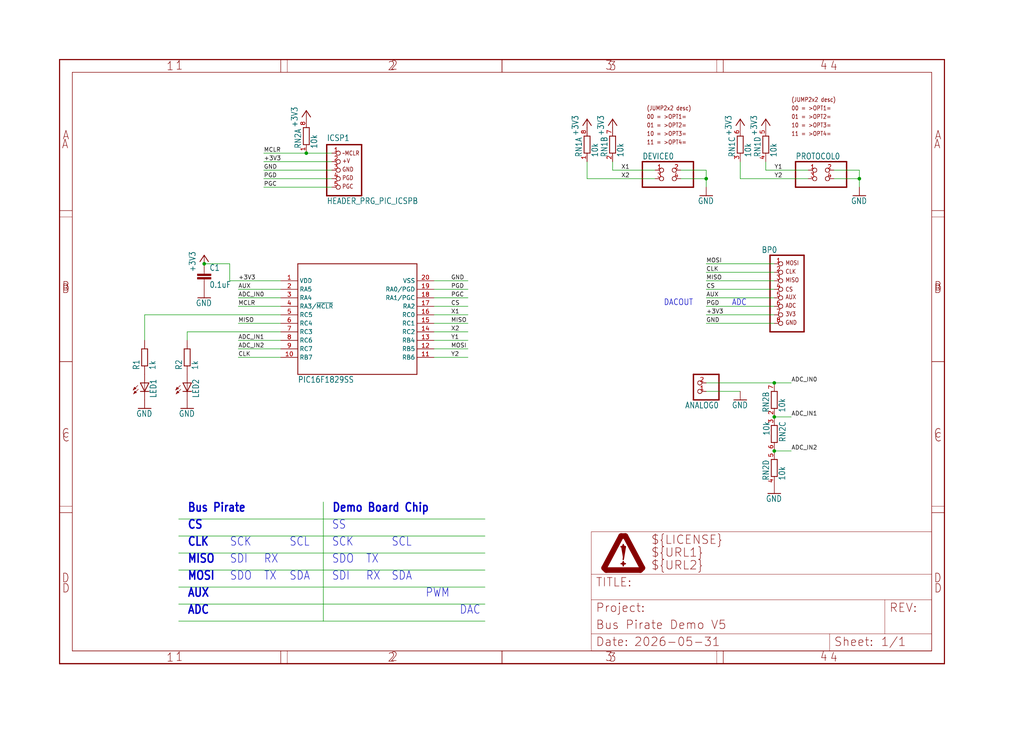
<source format=kicad_sch>
(kicad_sch (version 20230121) (generator eeschema)
  (paper "User" 305.689 218.821)
  (lib_symbols
    (symbol "working-eagle-import:+3V3" (power)
      (property "Value" "+3V3" (at -2.54 -5.08 90))
      (symbol "+3V3_1_0"
        (polyline (pts (xy 0 0) (xy -1.27 -1.905)) (stroke (width 0.254)))
        (polyline (pts (xy 1.27 -1.905) (xy 0 0)) (stroke (width 0.254)))
        (pin power_in line (at 0 -2.54 90) (length 2.54) (name "+3V3") (number "1"))
      )
    )
    (symbol "working-eagle-import:CAPC603"
      (property "Reference" "C" (at 1.524 2.921 0))
      (symbol "CAPC603_1_0"
        (rectangle (start -2.032 0.508) (end 2.032 1.016) (fill (type outline)))
        (rectangle (start -2.032 1.524) (end 2.032 2.032) (fill (type outline)))
        (polyline (pts (xy 0 0) (xy 0 0.508)) (stroke (width 0.1524)))
        (polyline (pts (xy 0 2.54) (xy 0 2.032)) (stroke (width 0.1524)))
        (pin passive line (at 0 5.08 270) (length 2.54) (name "1") (number "1"))
        (pin passive line (at 0 -2.54 90) (length 2.54) (name "2") (number "2"))
      )
    )
    (symbol "working-eagle-import:DINA4_L"
      (symbol "DINA4_L_1_0"
        (polyline (pts (xy 0 0) (xy 67.945 0)) (stroke (width 0.3)))
        (polyline (pts (xy 0 0) (xy 264.16 0)) (stroke (width 0.3)))
        (polyline (pts (xy 0 45.085) (xy 3.81 45.085)))
        (polyline (pts (xy 0 46.99) (xy 0 0)) (stroke (width 0.3)))
        (polyline (pts (xy 0 46.99) (xy 3.81 46.99)) (stroke (width 0.1)))
        (polyline (pts (xy 0 90.17) (xy 0 46.99)) (stroke (width 0.3)))
        (polyline (pts (xy 0 90.17) (xy 3.81 90.17)))
        (polyline (pts (xy 0 90.17) (xy 3.81 90.17)) (stroke (width 0.1)))
        (polyline (pts (xy 0 133.35) (xy 0 90.17)) (stroke (width 0.3)))
        (polyline (pts (xy 0 133.35) (xy 3.81 133.35)) (stroke (width 0.1)))
        (polyline (pts (xy 0 135.255) (xy 3.81 135.255)))
        (polyline (pts (xy 0 180.34) (xy 0 0)) (stroke (width 0.3)))
        (polyline (pts (xy 0 180.34) (xy 0 133.35)) (stroke (width 0.3)))
        (polyline (pts (xy 3.81 3.81) (xy 3.81 176.53)))
        (polyline (pts (xy 3.81 3.81) (xy 67.945 3.81)) (stroke (width 0.1)))
        (polyline (pts (xy 3.81 46.99) (xy 3.81 3.81)) (stroke (width 0.1)))
        (polyline (pts (xy 3.81 90.17) (xy 3.81 46.99)) (stroke (width 0.1)))
        (polyline (pts (xy 3.81 133.35) (xy 3.81 90.17)) (stroke (width 0.1)))
        (polyline (pts (xy 3.81 176.53) (xy 3.81 133.35)) (stroke (width 0.1)))
        (polyline (pts (xy 66.04 0) (xy 66.04 3.81)))
        (polyline (pts (xy 66.04 176.53) (xy 66.04 180.34)))
        (polyline (pts (xy 67.945 0) (xy 67.945 3.81)) (stroke (width 0.1)))
        (polyline (pts (xy 67.945 0) (xy 132.08 0)) (stroke (width 0.3)))
        (polyline (pts (xy 67.945 3.81) (xy 132.08 3.81)) (stroke (width 0.1)))
        (polyline (pts (xy 67.945 176.53) (xy 3.81 176.53)) (stroke (width 0.1)))
        (polyline (pts (xy 67.945 180.34) (xy 0 180.34)) (stroke (width 0.3)))
        (polyline (pts (xy 67.945 180.34) (xy 67.945 176.53)) (stroke (width 0.1)))
        (polyline (pts (xy 132.08 0) (xy 132.08 3.81)))
        (polyline (pts (xy 132.08 0) (xy 132.08 3.81)) (stroke (width 0.1)))
        (polyline (pts (xy 132.08 0) (xy 196.215 0)) (stroke (width 0.3)))
        (polyline (pts (xy 132.08 3.81) (xy 196.215 3.81)) (stroke (width 0.1)))
        (polyline (pts (xy 132.08 176.53) (xy 67.945 176.53)) (stroke (width 0.1)))
        (polyline (pts (xy 132.08 176.53) (xy 132.08 180.34)))
        (polyline (pts (xy 132.08 180.34) (xy 67.945 180.34)) (stroke (width 0.3)))
        (polyline (pts (xy 132.08 180.34) (xy 132.08 176.53)) (stroke (width 0.1)))
        (polyline (pts (xy 196.215 0) (xy 196.215 3.81)) (stroke (width 0.1)))
        (polyline (pts (xy 196.215 0) (xy 264.16 0)) (stroke (width 0.3)))
        (polyline (pts (xy 196.215 3.81) (xy 260.35 3.81)) (stroke (width 0.1)))
        (polyline (pts (xy 196.215 176.53) (xy 132.08 176.53)) (stroke (width 0.1)))
        (polyline (pts (xy 196.215 180.34) (xy 132.08 180.34)) (stroke (width 0.3)))
        (polyline (pts (xy 196.215 180.34) (xy 196.215 176.53)) (stroke (width 0.1)))
        (polyline (pts (xy 198.12 0) (xy 198.12 3.81)))
        (polyline (pts (xy 198.12 176.53) (xy 198.12 180.34)))
        (polyline (pts (xy 260.35 3.81) (xy 3.81 3.81)))
        (polyline (pts (xy 260.35 3.81) (xy 260.35 46.99)) (stroke (width 0.1)))
        (polyline (pts (xy 260.35 3.81) (xy 260.35 176.53)))
        (polyline (pts (xy 260.35 45.085) (xy 264.16 45.085)))
        (polyline (pts (xy 260.35 46.99) (xy 260.35 90.17)) (stroke (width 0.1)))
        (polyline (pts (xy 260.35 90.17) (xy 260.35 133.35)) (stroke (width 0.1)))
        (polyline (pts (xy 260.35 90.17) (xy 264.16 90.17)))
        (polyline (pts (xy 260.35 133.35) (xy 260.35 176.53)) (stroke (width 0.1)))
        (polyline (pts (xy 260.35 135.255) (xy 264.16 135.255)))
        (polyline (pts (xy 260.35 176.53) (xy 3.81 176.53)))
        (polyline (pts (xy 260.35 176.53) (xy 196.215 176.53)) (stroke (width 0.1)))
        (polyline (pts (xy 264.16 0) (xy 264.16 46.99)) (stroke (width 0.3)))
        (polyline (pts (xy 264.16 0) (xy 264.16 180.34)) (stroke (width 0.3)))
        (polyline (pts (xy 264.16 46.99) (xy 260.35 46.99)) (stroke (width 0.1)))
        (polyline (pts (xy 264.16 46.99) (xy 264.16 90.17)) (stroke (width 0.3)))
        (polyline (pts (xy 264.16 90.17) (xy 260.35 90.17)) (stroke (width 0.1)))
        (polyline (pts (xy 264.16 90.17) (xy 264.16 133.35)) (stroke (width 0.3)))
        (polyline (pts (xy 264.16 133.35) (xy 260.35 133.35)) (stroke (width 0.1)))
        (polyline (pts (xy 264.16 133.35) (xy 264.16 180.34)) (stroke (width 0.3)))
        (polyline (pts (xy 264.16 180.34) (xy 0 180.34)) (stroke (width 0.3)))
        (polyline (pts (xy 264.16 180.34) (xy 196.215 180.34)) (stroke (width 0.3)))
        (polyline (pts (xy 0 0) (xy 264.16 0) (xy 264.16 180.34) (xy 0 180.34) (xy 0 0)))
        (text "1" (at 33.02 1.905 0) (effects (font (size 2.54 2.286))))
        (text "1" (at 33.02 178.435 0) (effects (font (size 2.54 2.286))))
        (text "1" (at 34.5725 0.6 0) (effects (font (size 2.61 2.2185)) (justify left bottom)))
        (text "1" (at 34.5725 177.13 0) (effects (font (size 2.61 2.2185)) (justify left bottom)))
        (text "2" (at 98.7075 0.6 0) (effects (font (size 2.61 2.2185)) (justify left bottom)))
        (text "2" (at 98.7075 177.13 0) (effects (font (size 2.61 2.2185)) (justify left bottom)))
        (text "2" (at 99.06 1.905 0) (effects (font (size 2.54 2.286))))
        (text "2" (at 99.06 178.435 0) (effects (font (size 2.54 2.286))))
        (text "3" (at 162.8425 0.6 0) (effects (font (size 2.61 2.2185)) (justify left bottom)))
        (text "3" (at 162.8425 177.13 0) (effects (font (size 2.61 2.2185)) (justify left bottom)))
        (text "3" (at 165.1 1.905 0) (effects (font (size 2.54 2.286))))
        (text "3" (at 165.1 178.435 0) (effects (font (size 2.54 2.286))))
        (text "4" (at 226.9775 0.6 0) (effects (font (size 2.61 2.2185)) (justify left bottom)))
        (text "4" (at 226.9775 177.13 0) (effects (font (size 2.61 2.2185)) (justify left bottom)))
        (text "4" (at 231.14 1.905 0) (effects (font (size 2.54 2.286))))
        (text "4" (at 231.14 178.435 0) (effects (font (size 2.54 2.286))))
        (text "A" (at 0.6 153.635 0) (effects (font (size 2.61 2.2185)) (justify left bottom)))
        (text "A" (at 1.905 157.7975 0) (effects (font (size 2.54 2.286))))
        (text "A" (at 260.95 153.635 0) (effects (font (size 2.61 2.2185)) (justify left bottom)))
        (text "A" (at 262.255 157.7975 0) (effects (font (size 2.54 2.286))))
        (text "B" (at 0.6 110.455 0) (effects (font (size 2.61 2.2185)) (justify left bottom)))
        (text "B" (at 1.905 112.7125 0) (effects (font (size 2.54 2.286))))
        (text "B" (at 260.95 110.455 0) (effects (font (size 2.61 2.2185)) (justify left bottom)))
        (text "B" (at 262.255 112.7125 0) (effects (font (size 2.54 2.286))))
        (text "C" (at 0.6 67.275 0) (effects (font (size 2.61 2.2185)) (justify left bottom)))
        (text "C" (at 1.905 67.6275 0) (effects (font (size 2.54 2.286))))
        (text "C" (at 260.95 67.275 0) (effects (font (size 2.61 2.2185)) (justify left bottom)))
        (text "C" (at 262.255 67.6275 0) (effects (font (size 2.54 2.286))))
        (text "D" (at 0.6 24.095 0) (effects (font (size 2.61 2.2185)) (justify left bottom)))
        (text "D" (at 1.905 22.5425 0) (effects (font (size 2.54 2.286))))
        (text "D" (at 260.95 24.095 0) (effects (font (size 2.61 2.2185)) (justify left bottom)))
        (text "D" (at 262.255 22.5425 0) (effects (font (size 2.54 2.286))))
      )
      (symbol "DINA4_L_2_0"
        (polyline (pts (xy 0 0) (xy 0 5.08)) (stroke (width 0.1016)))
        (polyline (pts (xy 0 0) (xy 71.12 0)) (stroke (width 0.1016)))
        (polyline (pts (xy 0 5.08) (xy 0 15.24)) (stroke (width 0.1016)))
        (polyline (pts (xy 0 5.08) (xy 71.12 5.08)) (stroke (width 0.1016)))
        (polyline (pts (xy 0 15.24) (xy 0 22.86)) (stroke (width 0.1016)))
        (polyline (pts (xy 0 22.86) (xy 0 35.56)) (stroke (width 0.1016)))
        (polyline (pts (xy 0 22.86) (xy 101.6 22.86)) (stroke (width 0.1016)))
        (polyline (pts (xy 3.81 24.765) (xy 8.89 34.29)) (stroke (width 1.6764)))
        (polyline (pts (xy 4.445 24.13) (xy 3.81 24.765)) (stroke (width 1.6764)))
        (polyline (pts (xy 8.89 34.29) (xy 10.16 34.29)) (stroke (width 1.6764)))
        (polyline (pts (xy 10.16 34.29) (xy 15.24 24.765)) (stroke (width 1.6764)))
        (polyline (pts (xy 14.605 24.13) (xy 4.445 24.13)) (stroke (width 1.6764)))
        (polyline (pts (xy 15.24 24.765) (xy 14.605 24.13)) (stroke (width 1.6764)))
        (polyline (pts (xy 71.12 0) (xy 101.6 0)) (stroke (width 0.1016)))
        (polyline (pts (xy 71.12 5.08) (xy 71.12 0)) (stroke (width 0.1016)))
        (polyline (pts (xy 71.12 5.08) (xy 87.63 5.08)) (stroke (width 0.1016)))
        (polyline (pts (xy 87.63 5.08) (xy 101.6 5.08)) (stroke (width 0.1016)))
        (polyline (pts (xy 87.63 15.24) (xy 0 15.24)) (stroke (width 0.1016)))
        (polyline (pts (xy 87.63 15.24) (xy 87.63 5.08)) (stroke (width 0.1016)))
        (polyline (pts (xy 101.6 5.08) (xy 101.6 0)) (stroke (width 0.1016)))
        (polyline (pts (xy 101.6 15.24) (xy 87.63 15.24)) (stroke (width 0.1016)))
        (polyline (pts (xy 101.6 15.24) (xy 101.6 5.08)) (stroke (width 0.1016)))
        (polyline (pts (xy 101.6 22.86) (xy 101.6 15.24)) (stroke (width 0.1016)))
        (polyline (pts (xy 101.6 35.56) (xy 0 35.56)) (stroke (width 0.1016)))
        (polyline (pts (xy 101.6 35.56) (xy 101.6 22.86)) (stroke (width 0.1016)))
        (polyline (pts (xy 8.89 31.115) (xy 10.16 31.115) (xy 9.525 27.305)) (stroke (width 0.4064)) (fill (type outline)))
        (polyline (pts (xy 8.89 31.115) (xy 9.0151 31.1211) (xy 9.2462 31.2169) (xy 9.4231 31.3938) (xy 9.5189 31.6249) (xy 9.525 31.75) (xy 9.5311 31.6249) (xy 9.6269 31.3938) (xy 9.8038 31.2169) (xy 10.0349 31.1211) (xy 10.16 31.115)) (stroke (width 0.4064)) (fill (type outline)))
        (polyline (pts (xy 9.525 25.4) (xy 9.5311 25.5251) (xy 9.6269 25.7562) (xy 9.8038 25.9331) (xy 10.0349 26.0289) (xy 10.16 26.035) (xy 10.0349 26.0411) (xy 9.8038 26.1369) (xy 9.6269 26.3138) (xy 9.5311 26.5449) (xy 9.525 26.67) (xy 9.5189 26.5449) (xy 9.4231 26.3138) (xy 9.2462 26.1369) (xy 9.0151 26.0411) (xy 8.89 26.035)) (stroke (width 0.4064)) (fill (type outline)))
        (text "${#}/${##}" (at 86.36 1.27 0) (effects (font (size 2.54 2.54)) (justify left bottom)))
        (text "${CURRENT_DATE}" (at 12.7 1.27 0) (effects (font (size 2.54 2.54)) (justify left bottom)))
        (text "${LICENSE}" (at 17.78 31.75 0) (effects (font (size 2.54 2.54)) (justify left bottom)))
        (text "${PROJECTNAME}" (at 17.78 19.05 0) (effects (font (size 2.54 2.54)) (justify left bottom)))
        (text "${PROJECT}" (at 1.27 6.35 0) (effects (font (size 2.54 2.54)) (justify left bottom)))
        (text "${URL1}" (at 17.78 27.94 0) (effects (font (size 2.54 2.54)) (justify left bottom)))
        (text "${URL2}" (at 17.78 24.13 0) (effects (font (size 2.54 2.54)) (justify left bottom)))
        (text "Date:" (at 1.27 1.27 0) (effects (font (size 2.54 2.54)) (justify left bottom)))
        (text "Project:" (at 1.27 11.43 0) (effects (font (size 2.54 2.54)) (justify left bottom)))
        (text "REV:" (at 88.9 11.43 0) (effects (font (size 2.54 2.54)) (justify left bottom)))
        (text "Sheet:" (at 72.39 1.27 0) (effects (font (size 2.54 2.54)) (justify left bottom)))
        (text "TITLE:" (at 1.27 19.05 0) (effects (font (size 2.54 2.54)) (justify left bottom)))
      )
    )
    (symbol "working-eagle-import:GND" (power)
      (property "Value" "GND" (at -2.54 -2.54 0))
      (symbol "GND_1_0"
        (polyline (pts (xy -1.905 0) (xy 1.905 0)) (stroke (width 0.254)))
        (pin power_in line (at 0 2.54 270) (length 2.54) (name "GND") (number "1"))
      )
    )
    (symbol "working-eagle-import:HDR-BUSPIRATE"
      (property "Reference" "JP" (at -6.35 13.335 0))
      (symbol "HDR-BUSPIRATE_1_0"
        (polyline (pts (xy -3.81 -10.16) (xy 6.35 -10.16)) (stroke (width 0.4064)))
        (polyline (pts (xy -3.81 12.7) (xy -3.81 -10.16)) (stroke (width 0.4064)))
        (polyline (pts (xy 6.35 -10.16) (xy 6.35 12.7)) (stroke (width 0.4064)))
        (polyline (pts (xy 6.35 12.7) (xy -3.81 12.7)) (stroke (width 0.4064)))
        (text "3V3" (at 0.762 -5.588 0) (effects (font (size 1.27 1.0795)) (justify left bottom)))
        (text "ADC" (at 0.762 -3.048 0) (effects (font (size 1.27 1.0795)) (justify left bottom)))
        (text "AUX" (at 0.762 -0.508 0) (effects (font (size 1.27 1.0795)) (justify left bottom)))
        (text "CLK" (at 0.762 7.112 0) (effects (font (size 1.27 1.0795)) (justify left bottom)))
        (text "CS" (at 0.762 1.778 0) (effects (font (size 1.27 1.0795)) (justify left bottom)))
        (text "GND" (at 0.762 -8.128 0) (effects (font (size 1.27 1.0795)) (justify left bottom)))
        (text "MISO" (at 0.762 4.572 0) (effects (font (size 1.27 1.0795)) (justify left bottom)))
        (text "MOSI" (at 0.762 9.652 0) (effects (font (size 1.27 1.0795)) (justify left bottom)))
        (pin passive inverted (at -2.54 10.16 0) (length 2.54) (name "1") (number "1"))
        (pin passive inverted (at -2.54 7.62 0) (length 2.54) (name "2") (number "2"))
        (pin passive inverted (at -2.54 5.08 0) (length 2.54) (name "3") (number "3"))
        (pin passive inverted (at -2.54 2.54 0) (length 2.54) (name "4") (number "4"))
        (pin passive inverted (at -2.54 0 0) (length 2.54) (name "5") (number "5"))
        (pin passive inverted (at -2.54 -2.54 0) (length 2.54) (name "6") (number "6"))
        (pin passive inverted (at -2.54 -5.08 0) (length 2.54) (name "7") (number "7"))
        (pin passive inverted (at -2.54 -7.62 0) (length 2.54) (name "8") (number "8"))
      )
    )
    (symbol "working-eagle-import:HEADER_PRG_PIC_ICSPB"
      (property "Reference" "ICSP" (at -4.064 8.636 0))
      (symbol "HEADER_PRG_PIC_ICSPB_1_0"
        (polyline (pts (xy -4.064 -7.62) (xy -4.064 7.62)) (stroke (width 0.4064)))
        (polyline (pts (xy -4.064 7.62) (xy 6.35 7.62)) (stroke (width 0.4064)))
        (polyline (pts (xy 6.35 -7.62) (xy -4.064 -7.62)) (stroke (width 0.4064)))
        (polyline (pts (xy 6.35 7.62) (xy 6.35 -7.62)) (stroke (width 0.4064)))
        (text "+V" (at 0.508 2.032 0) (effects (font (size 1.27 1.0795)) (justify left bottom)))
        (text "GND" (at 0.508 -0.508 0) (effects (font (size 1.27 1.0795)) (justify left bottom)))
        (text "PGC" (at 0.508 -5.588 0) (effects (font (size 1.27 1.0795)) (justify left bottom)))
        (text "PGD" (at 0.508 -3.048 0) (effects (font (size 1.27 1.0795)) (justify left bottom)))
        (text "~MCLR" (at 0.508 4.318 0) (effects (font (size 1.27 1.0795)) (justify left bottom)))
        (pin passive inverted (at -2.54 5.08 0) (length 2.54) (name "/MCLR") (number "1"))
        (pin passive inverted (at -2.54 2.54 0) (length 2.54) (name "+V") (number "2"))
        (pin passive inverted (at -2.54 0 0) (length 2.54) (name "GND") (number "3"))
        (pin passive inverted (at -2.54 -2.54 0) (length 2.54) (name "PGD") (number "4"))
        (pin passive inverted (at -2.54 -5.08 0) (length 2.54) (name "PGC") (number "5"))
      )
    )
    (symbol "working-eagle-import:JUMP2X2_DESC"
      (symbol "JUMP2X2_DESC_1_0"
        (text "(JUMP2x2 desc)" (at -7.62 5.08 0) (effects (font (size 1.27 1.0795)) (justify left bottom)))
        (text "00 = >OPT1=" (at -7.62 2.54 0) (effects (font (size 1.27 1.0795)) (justify left bottom)))
        (text "01 = >OPT2=" (at -7.62 0 0) (effects (font (size 1.27 1.0795)) (justify left bottom)))
        (text "10 = >OPT3=" (at -7.62 -2.54 0) (effects (font (size 1.27 1.0795)) (justify left bottom)))
        (text "11 = >OPT4=" (at -7.62 -5.08 0) (effects (font (size 1.27 1.0795)) (justify left bottom)))
      )
    )
    (symbol "working-eagle-import:LED805"
      (property "Reference" "LED" (at 3.556 -4.572 90))
      (symbol "LED805_1_0"
        (polyline (pts (xy -2.032 -0.762) (xy -3.429 -2.159)) (stroke (width 0.1524)))
        (polyline (pts (xy -1.905 -1.905) (xy -3.302 -3.302)) (stroke (width 0.1524)))
        (polyline (pts (xy 0 -2.54) (xy -1.27 -2.54)) (stroke (width 0.254)))
        (polyline (pts (xy 0 -2.54) (xy -1.27 0)) (stroke (width 0.254)))
        (polyline (pts (xy 0 0) (xy -1.27 0)) (stroke (width 0.254)))
        (polyline (pts (xy 0 0) (xy 0 -2.54)) (stroke (width 0.1524)))
        (polyline (pts (xy 1.27 -2.54) (xy 0 -2.54)) (stroke (width 0.254)))
        (polyline (pts (xy 1.27 0) (xy 0 -2.54)) (stroke (width 0.254)))
        (polyline (pts (xy 1.27 0) (xy 0 0)) (stroke (width 0.254)))
        (polyline (pts (xy -3.429 -2.159) (xy -3.048 -1.27) (xy -2.54 -1.778)) (stroke (width 0.1524)) (fill (type outline)))
        (polyline (pts (xy -3.302 -3.302) (xy -2.921 -2.413) (xy -2.413 -2.921)) (stroke (width 0.1524)) (fill (type outline)))
        (pin passive line (at 0 2.54 270) (length 2.54) (name "A") (number "A"))
        (pin passive line (at 0 -5.08 90) (length 2.54) (name "C") (number "C"))
      )
    )
    (symbol "working-eagle-import:PIC16F1829SS"
      (symbol "PIC16F1829SS_1_0"
        (polyline (pts (xy -17.78 -17.78) (xy 17.78 -17.78)) (stroke (width 0.254)))
        (polyline (pts (xy -17.78 15.24) (xy -17.78 -17.78)) (stroke (width 0.254)))
        (polyline (pts (xy 17.78 -17.78) (xy 17.78 15.24)) (stroke (width 0.254)))
        (polyline (pts (xy 17.78 15.24) (xy -17.78 15.24)) (stroke (width 0.254)))
        (pin power_in line (at -22.86 10.16 0) (length 5.08) (name "VDD") (number "1"))
        (pin bidirectional line (at -22.86 -12.7 0) (length 5.08) (name "RB7") (number "10"))
        (pin bidirectional line (at 22.86 -12.7 180) (length 5.08) (name "RB6") (number "11"))
        (pin bidirectional line (at 22.86 -10.16 180) (length 5.08) (name "RB5") (number "12"))
        (pin bidirectional line (at 22.86 -7.62 180) (length 5.08) (name "RB4") (number "13"))
        (pin bidirectional line (at 22.86 -5.08 180) (length 5.08) (name "RC2") (number "14"))
        (pin bidirectional line (at 22.86 -2.54 180) (length 5.08) (name "RC1") (number "15"))
        (pin bidirectional line (at 22.86 0 180) (length 5.08) (name "RC0") (number "16"))
        (pin bidirectional line (at 22.86 2.54 180) (length 5.08) (name "RA2") (number "17"))
        (pin bidirectional line (at 22.86 5.08 180) (length 5.08) (name "RA1/PGC") (number "18"))
        (pin bidirectional line (at 22.86 7.62 180) (length 5.08) (name "RA0/PGD") (number "19"))
        (pin bidirectional line (at -22.86 7.62 0) (length 5.08) (name "RA5") (number "2"))
        (pin power_in line (at 22.86 10.16 180) (length 5.08) (name "VSS") (number "20"))
        (pin bidirectional line (at -22.86 5.08 0) (length 5.08) (name "RA4") (number "3"))
        (pin input line (at -22.86 2.54 0) (length 5.08) (name "RA3/~{MCLR}") (number "4"))
        (pin bidirectional line (at -22.86 0 0) (length 5.08) (name "RC5") (number "5"))
        (pin bidirectional line (at -22.86 -2.54 0) (length 5.08) (name "RC4") (number "6"))
        (pin bidirectional line (at -22.86 -5.08 0) (length 5.08) (name "RC3") (number "7"))
        (pin bidirectional line (at -22.86 -7.62 0) (length 5.08) (name "RC6") (number "8"))
        (pin bidirectional line (at -22.86 -10.16 0) (length 5.08) (name "RC7") (number "9"))
      )
    )
    (symbol "working-eagle-import:PINHD-1X2"
      (property "Reference" "JP" (at -6.35 5.715 0))
      (symbol "PINHD-1X2_1_0"
        (polyline (pts (xy -6.35 -2.54) (xy 1.27 -2.54)) (stroke (width 0.4064)))
        (polyline (pts (xy -6.35 5.08) (xy -6.35 -2.54)) (stroke (width 0.4064)))
        (polyline (pts (xy 1.27 -2.54) (xy 1.27 5.08)) (stroke (width 0.4064)))
        (polyline (pts (xy 1.27 5.08) (xy -6.35 5.08)) (stroke (width 0.4064)))
        (pin passive inverted (at -2.54 2.54 0) (length 2.54) (name "1") (number "1"))
        (pin passive inverted (at -2.54 0 0) (length 2.54) (name "2") (number "2"))
      )
    )
    (symbol "working-eagle-import:PINHD-2X2"
      (property "Reference" "JP" (at -8.89 5.715 0))
      (symbol "PINHD-2X2_1_0"
        (polyline (pts (xy -8.89 -2.54) (xy 6.35 -2.54)) (stroke (width 0.4064)))
        (polyline (pts (xy -8.89 5.08) (xy -8.89 -2.54)) (stroke (width 0.4064)))
        (polyline (pts (xy 6.35 -2.54) (xy 6.35 5.08)) (stroke (width 0.4064)))
        (polyline (pts (xy 6.35 5.08) (xy -8.89 5.08)) (stroke (width 0.4064)))
        (pin passive inverted (at -5.08 2.54 0) (length 2.54) (name "1") (number "1"))
        (pin passive inverted (at 2.54 2.54 180) (length 2.54) (name "2") (number "2"))
        (pin passive inverted (at -5.08 0 0) (length 2.54) (name "3") (number "3"))
        (pin passive inverted (at 2.54 0 180) (length 2.54) (name "4") (number "4"))
      )
    )
    (symbol "working-eagle-import:RESISTORR603"
      (property "Reference" "R" (at -3.81 1.4986 0))
      (symbol "RESISTORR603_1_0"
        (polyline (pts (xy -2.54 -0.889) (xy -2.54 0.889)) (stroke (width 0.254)))
        (polyline (pts (xy -2.54 -0.889) (xy 2.54 -0.889)) (stroke (width 0.254)))
        (polyline (pts (xy 2.54 -0.889) (xy 2.54 0.889)) (stroke (width 0.254)))
        (polyline (pts (xy 2.54 0.889) (xy -2.54 0.889)) (stroke (width 0.254)))
        (pin passive line (at -5.08 0 0) (length 2.54) (name "1") (number "1"))
        (pin passive line (at 5.08 0 180) (length 2.54) (name "2") (number "2"))
      )
    )
    (symbol "working-eagle-import:RNETWORK"
      (property "Reference" "RN" (at -3.81 1.4986 0))
      (symbol "RNETWORK_1_0"
        (polyline (pts (xy -2.54 -0.889) (xy -2.54 0.889)) (stroke (width 0.254)))
        (polyline (pts (xy -2.54 -0.889) (xy 2.54 -0.889)) (stroke (width 0.254)))
        (polyline (pts (xy 2.54 -0.889) (xy 2.54 0.889)) (stroke (width 0.254)))
        (polyline (pts (xy 2.54 0.889) (xy -2.54 0.889)) (stroke (width 0.254)))
        (pin passive line (at -5.08 0 0) (length 2.54) (name "1") (number "1"))
        (pin passive line (at 5.08 0 180) (length 2.54) (name "2") (number "8"))
      )
      (symbol "RNETWORK_2_0"
        (polyline (pts (xy -2.54 -0.889) (xy -2.54 0.889)) (stroke (width 0.254)))
        (polyline (pts (xy -2.54 -0.889) (xy 2.54 -0.889)) (stroke (width 0.254)))
        (polyline (pts (xy 2.54 -0.889) (xy 2.54 0.889)) (stroke (width 0.254)))
        (polyline (pts (xy 2.54 0.889) (xy -2.54 0.889)) (stroke (width 0.254)))
        (pin passive line (at -5.08 0 0) (length 2.54) (name "1") (number "2"))
        (pin passive line (at 5.08 0 180) (length 2.54) (name "2") (number "7"))
      )
      (symbol "RNETWORK_3_0"
        (polyline (pts (xy -2.54 -0.889) (xy -2.54 0.889)) (stroke (width 0.254)))
        (polyline (pts (xy -2.54 -0.889) (xy 2.54 -0.889)) (stroke (width 0.254)))
        (polyline (pts (xy 2.54 -0.889) (xy 2.54 0.889)) (stroke (width 0.254)))
        (polyline (pts (xy 2.54 0.889) (xy -2.54 0.889)) (stroke (width 0.254)))
        (pin passive line (at -5.08 0 0) (length 2.54) (name "1") (number "3"))
        (pin passive line (at 5.08 0 180) (length 2.54) (name "2") (number "6"))
      )
      (symbol "RNETWORK_4_0"
        (polyline (pts (xy -2.54 -0.889) (xy -2.54 0.889)) (stroke (width 0.254)))
        (polyline (pts (xy -2.54 -0.889) (xy 2.54 -0.889)) (stroke (width 0.254)))
        (polyline (pts (xy 2.54 -0.889) (xy 2.54 0.889)) (stroke (width 0.254)))
        (polyline (pts (xy 2.54 0.889) (xy -2.54 0.889)) (stroke (width 0.254)))
        (pin passive line (at -5.08 0 0) (length 2.54) (name "1") (number "4"))
        (pin passive line (at 5.08 0 180) (length 2.54) (name "2") (number "5"))
      )
    )
  )
  (junction (at 231.14 124.46))
  (junction (at 231.14 134.62))
  (junction (at 210.82 53.34))
  (junction (at 91.44 45.72))
  (junction (at 231.14 114.3))
  (junction (at 256.54 53.34))
  (junction (at 60.96 78.74))
  (wire (pts (xy 228.6 50.8) (xy 228.6 48.26)) (stroke (width 0.1524)))
  (wire (pts (xy 195.58 53.34) (xy 175.26 53.34)) (stroke (width 0.1524)))
  (wire (pts (xy 129.54 106.68) (xy 139.7 106.68)) (stroke (width 0.1524)))
  (wire (pts (xy 53.34 185.42) (xy 96.52 185.42)) (stroke (width 0.1524)))
  (wire (pts (xy 83.82 106.68) (xy 71.12 106.68)) (stroke (width 0.1524)))
  (wire (pts (xy 99.06 45.72) (xy 91.44 45.72)) (stroke (width 0.1524)))
  (wire (pts (xy 241.3 50.8) (xy 228.6 50.8)) (stroke (width 0.1524)))
  (wire (pts (xy 99.06 55.88) (xy 78.74 55.88)) (stroke (width 0.1524)))
  (wire (pts (xy 83.82 96.52) (xy 71.12 96.52)) (stroke (width 0.1524)))
  (wire (pts (xy 129.54 101.6) (xy 139.7 101.6)) (stroke (width 0.1524)))
  (wire (pts (xy 203.2 53.34) (xy 210.82 53.34)) (stroke (width 0.1524)))
  (wire (pts (xy 129.54 99.06) (xy 139.7 99.06)) (stroke (width 0.1524)))
  (wire (pts (xy 96.52 180.34) (xy 96.52 185.42)) (stroke (width 0.1524)))
  (wire (pts (xy 210.82 91.44) (xy 231.14 91.44)) (stroke (width 0.1524)))
  (wire (pts (xy 83.82 91.44) (xy 71.12 91.44)) (stroke (width 0.1524)))
  (wire (pts (xy 53.34 154.94) (xy 144.78 154.94)) (stroke (width 0.1524)))
  (wire (pts (xy 231.14 81.28) (xy 210.82 81.28)) (stroke (width 0.1524)))
  (wire (pts (xy 53.34 165.1) (xy 144.78 165.1)) (stroke (width 0.1524)))
  (wire (pts (xy 68.58 78.74) (xy 60.96 78.74)) (stroke (width 0.1524)))
  (wire (pts (xy 43.18 93.98) (xy 43.18 101.6)) (stroke (width 0.1524)))
  (wire (pts (xy 53.34 160.02) (xy 144.78 160.02)) (stroke (width 0.1524)))
  (wire (pts (xy 129.54 93.98) (xy 139.7 93.98)) (stroke (width 0.1524)))
  (wire (pts (xy 55.88 99.06) (xy 55.88 101.6)) (stroke (width 0.1524)))
  (wire (pts (xy 99.06 48.26) (xy 78.74 48.26)) (stroke (width 0.1524)))
  (wire (pts (xy 129.54 104.14) (xy 139.7 104.14)) (stroke (width 0.1524)))
  (wire (pts (xy 231.14 114.3) (xy 236.22 114.3)) (stroke (width 0.1524)))
  (wire (pts (xy 96.52 185.42) (xy 144.78 185.42)) (stroke (width 0.1524)))
  (wire (pts (xy 210.82 88.9) (xy 231.14 88.9)) (stroke (width 0.1524)))
  (wire (pts (xy 83.82 99.06) (xy 55.88 99.06)) (stroke (width 0.1524)))
  (wire (pts (xy 83.82 88.9) (xy 71.12 88.9)) (stroke (width 0.1524)))
  (wire (pts (xy 99.06 53.34) (xy 78.74 53.34)) (stroke (width 0.1524)))
  (wire (pts (xy 248.92 50.8) (xy 256.54 50.8)) (stroke (width 0.1524)))
  (wire (pts (xy 241.3 53.34) (xy 220.98 53.34)) (stroke (width 0.1524)))
  (wire (pts (xy 129.54 86.36) (xy 139.7 86.36)) (stroke (width 0.1524)))
  (wire (pts (xy 53.34 170.18) (xy 144.78 170.18)) (stroke (width 0.1524)))
  (wire (pts (xy 99.06 50.8) (xy 78.74 50.8)) (stroke (width 0.1524)))
  (wire (pts (xy 256.54 50.8) (xy 256.54 53.34)) (stroke (width 0.1524)))
  (wire (pts (xy 53.34 180.34) (xy 96.52 180.34)) (stroke (width 0.1524)))
  (wire (pts (xy 220.98 48.26) (xy 220.98 53.34)) (stroke (width 0.1524)))
  (wire (pts (xy 129.54 96.52) (xy 139.7 96.52)) (stroke (width 0.1524)))
  (wire (pts (xy 129.54 83.82) (xy 139.7 83.82)) (stroke (width 0.1524)))
  (wire (pts (xy 220.98 116.84) (xy 210.82 116.84)) (stroke (width 0.1524)))
  (wire (pts (xy 210.82 96.52) (xy 231.14 96.52)) (stroke (width 0.1524)))
  (wire (pts (xy 231.14 134.62) (xy 236.22 134.62)) (stroke (width 0.1524)))
  (wire (pts (xy 129.54 88.9) (xy 139.7 88.9)) (stroke (width 0.1524)))
  (wire (pts (xy 195.58 50.8) (xy 182.88 50.8)) (stroke (width 0.1524)))
  (wire (pts (xy 231.14 78.74) (xy 210.82 78.74)) (stroke (width 0.1524)))
  (wire (pts (xy 91.44 45.72) (xy 78.74 45.72)) (stroke (width 0.1524)))
  (wire (pts (xy 83.82 83.82) (xy 68.58 83.82)) (stroke (width 0.1524)))
  (wire (pts (xy 129.54 91.44) (xy 139.7 91.44)) (stroke (width 0.1524)))
  (wire (pts (xy 210.82 50.8) (xy 210.82 53.34)) (stroke (width 0.1524)))
  (wire (pts (xy 53.34 175.26) (xy 144.78 175.26)) (stroke (width 0.1524)))
  (wire (pts (xy 175.26 53.34) (xy 175.26 48.26)) (stroke (width 0.1524)))
  (wire (pts (xy 83.82 104.14) (xy 71.12 104.14)) (stroke (width 0.1524)))
  (wire (pts (xy 96.52 180.34) (xy 144.78 180.34)) (stroke (width 0.1524)))
  (wire (pts (xy 83.82 86.36) (xy 71.12 86.36)) (stroke (width 0.1524)))
  (wire (pts (xy 231.14 124.46) (xy 236.22 124.46)) (stroke (width 0.1524)))
  (wire (pts (xy 210.82 114.3) (xy 231.14 114.3)) (stroke (width 0.1524)))
  (wire (pts (xy 210.82 86.36) (xy 231.14 86.36)) (stroke (width 0.1524)))
  (wire (pts (xy 248.92 53.34) (xy 256.54 53.34)) (stroke (width 0.1524)))
  (wire (pts (xy 68.58 83.82) (xy 68.58 78.74)) (stroke (width 0.1524)))
  (wire (pts (xy 210.82 53.34) (xy 210.82 55.88)) (stroke (width 0.1524)))
  (wire (pts (xy 83.82 93.98) (xy 43.18 93.98)) (stroke (width 0.1524)))
  (wire (pts (xy 256.54 53.34) (xy 256.54 55.88)) (stroke (width 0.1524)))
  (wire (pts (xy 182.88 50.8) (xy 182.88 48.26)) (stroke (width 0.1524)))
  (wire (pts (xy 210.82 83.82) (xy 231.14 83.82)) (stroke (width 0.1524)))
  (wire (pts (xy 203.2 50.8) (xy 210.82 50.8)) (stroke (width 0.1524)))
  (wire (pts (xy 83.82 101.6) (xy 71.12 101.6)) (stroke (width 0.1524)))
  (wire (pts (xy 210.82 93.98) (xy 231.14 93.98)) (stroke (width 0.1524)))
  (wire (pts (xy 96.52 149.86) (xy 96.52 180.34)) (stroke (width 0.1524)))
  (text "ADC" (at 55.88 183.642 0) (effects (font (size 2.54 2.159) (thickness 0.4318) bold) (justify left bottom)))
  (text "SDI" (at 68.58 168.402 0) (effects (font (size 2.54 2.159)) (justify left bottom)))
  (text "RX" (at 78.74 168.402 0) (effects (font (size 2.54 2.159)) (justify left bottom)))
  (text "DACOUT" (at 198.12 91.44 0) (effects (font (size 1.778 1.5113)) (justify left bottom)))
  (text "RX" (at 109.22 173.482 0) (effects (font (size 2.54 2.159)) (justify left bottom)))
  (text "TX" (at 78.74 173.482 0) (effects (font (size 2.54 2.159)) (justify left bottom)))
  (text "ADC" (at 218.44 91.44 0) (effects (font (size 1.778 1.5113)) (justify left bottom)))
  (text "SCK" (at 99.06 163.322 0) (effects (font (size 2.54 2.159)) (justify left bottom)))
  (text "CS" (at 55.88 158.242 0) (effects (font (size 2.54 2.159) (thickness 0.4318) bold) (justify left bottom)))
  (text "SCL" (at 86.36 163.322 0) (effects (font (size 2.54 2.159)) (justify left bottom)))
  (text "Demo Board Chip" (at 99.06 153.162 0) (effects (font (size 2.54 2.159) (thickness 0.4318) bold) (justify left bottom)))
  (text "SCK" (at 68.58 163.322 0) (effects (font (size 2.54 2.159)) (justify left bottom)))
  (text "AUX" (at 55.88 178.562 0) (effects (font (size 2.54 2.159) (thickness 0.4318) bold) (justify left bottom)))
  (text "SDO" (at 68.58 173.482 0) (effects (font (size 2.54 2.159)) (justify left bottom)))
  (text "Bus Pirate" (at 55.88 153.162 0) (effects (font (size 2.54 2.159) (thickness 0.4318) bold) (justify left bottom)))
  (text "DAC" (at 137.16 183.642 0) (effects (font (size 2.54 2.159)) (justify left bottom)))
  (text "SDO" (at 99.06 168.402 0) (effects (font (size 2.54 2.159)) (justify left bottom)))
  (text "PWM" (at 127 178.562 0) (effects (font (size 2.54 2.159)) (justify left bottom)))
  (text "MOSI" (at 55.88 173.482 0) (effects (font (size 2.54 2.159) (thickness 0.4318) bold) (justify left bottom)))
  (text "TX" (at 109.22 168.402 0) (effects (font (size 2.54 2.159)) (justify left bottom)))
  (text "MISO" (at 55.88 168.402 0) (effects (font (size 2.54 2.159) (thickness 0.4318) bold) (justify left bottom)))
  (text "SS" (at 99.06 158.242 0) (effects (font (size 2.54 2.159)) (justify left bottom)))
  (text "SCL" (at 116.84 163.322 0) (effects (font (size 2.54 2.159)) (justify left bottom)))
  (text "SDA" (at 116.84 173.482 0) (effects (font (size 2.54 2.159)) (justify left bottom)))
  (text "SDA" (at 86.36 173.482 0) (effects (font (size 2.54 2.159)) (justify left bottom)))
  (text "CLK" (at 55.88 163.322 0) (effects (font (size 2.54 2.159) (thickness 0.4318) bold) (justify left bottom)))
  (text "SDI" (at 99.06 173.482 0) (effects (font (size 2.54 2.159)) (justify left bottom)))
  (label "PGD" (at 210.82 91.44 0) (effects (font (size 1.2446 1.2446))))
  (label "X2" (at 185.42 53.34 0) (effects (font (size 1.2446 1.2446))))
  (label "MISO" (at 134.62 96.52 0) (effects (font (size 1.2446 1.2446))))
  (label "GND" (at 134.62 83.82 0) (effects (font (size 1.2446 1.2446))))
  (label "ADC_IN1" (at 236.22 124.46 0) (effects (font (size 1.2446 1.2446))))
  (label "MISO" (at 210.82 83.82 0) (effects (font (size 1.2446 1.2446))))
  (label "AUX" (at 71.12 86.36 0) (effects (font (size 1.2446 1.2446))))
  (label "GND" (at 78.74 50.8 0) (effects (font (size 1.2446 1.2446))))
  (label "X1" (at 185.42 50.8 0) (effects (font (size 1.2446 1.2446))))
  (label "MISO" (at 71.12 96.52 0) (effects (font (size 1.2446 1.2446))))
  (label "CLK" (at 210.82 81.28 0) (effects (font (size 1.2446 1.2446))))
  (label "MCLR" (at 78.74 45.72 0) (effects (font (size 1.2446 1.2446))))
  (label "Y1" (at 231.14 50.8 0) (effects (font (size 1.2446 1.2446))))
  (label "+3V3" (at 71.12 83.82 0) (effects (font (size 1.2446 1.2446))))
  (label "X1" (at 134.62 93.98 0) (effects (font (size 1.2446 1.2446))))
  (label "ADC_IN2" (at 71.12 104.14 0) (effects (font (size 1.2446 1.2446))))
  (label "PGC" (at 134.62 88.9 0) (effects (font (size 1.2446 1.2446))))
  (label "PGD" (at 134.62 86.36 0) (effects (font (size 1.2446 1.2446))))
  (label "X2" (at 134.62 99.06 0) (effects (font (size 1.2446 1.2446))))
  (label "MCLR" (at 71.12 91.44 0) (effects (font (size 1.2446 1.2446))))
  (label "GND" (at 210.82 96.52 0) (effects (font (size 1.2446 1.2446))))
  (label "Y2" (at 134.62 106.68 0) (effects (font (size 1.2446 1.2446))))
  (label "AUX" (at 210.82 88.9 0) (effects (font (size 1.2446 1.2446))))
  (label "Y2" (at 231.14 53.34 0) (effects (font (size 1.2446 1.2446))))
  (label "PGC" (at 78.74 55.88 0) (effects (font (size 1.2446 1.2446))))
  (label "ADC_IN0" (at 71.12 88.9 0) (effects (font (size 1.2446 1.2446))))
  (label "CS" (at 210.82 86.36 0) (effects (font (size 1.2446 1.2446))))
  (label "PGD" (at 78.74 53.34 0) (effects (font (size 1.2446 1.2446))))
  (label "ADC_IN1" (at 71.12 101.6 0) (effects (font (size 1.2446 1.2446))))
  (label "+3V3" (at 210.82 93.98 0) (effects (font (size 1.2446 1.2446))))
  (label "ADC_IN2" (at 236.22 134.62 0) (effects (font (size 1.2446 1.2446))))
  (label "MOSI" (at 134.62 104.14 0) (effects (font (size 1.2446 1.2446))))
  (label "ADC_IN0" (at 236.22 114.3 0) (effects (font (size 1.2446 1.2446))))
  (label "+3V3" (at 78.74 48.26 0) (effects (font (size 1.2446 1.2446))))
  (label "MOSI" (at 210.82 78.74 0) (effects (font (size 1.2446 1.2446))))
  (label "CS" (at 134.62 91.44 0) (effects (font (size 1.2446 1.2446))))
  (label "Y1" (at 134.62 101.6 0) (effects (font (size 1.2446 1.2446))))
  (label "CLK" (at 71.12 106.68 0) (effects (font (size 1.2446 1.2446))))
  (symbol (lib_id "working-eagle-import:GND") (at 231.14 147.32 0) (unit 1)
    (property "Reference" "#GND2" (effects hide))
    (property "Value" "GND" (at 228.6 149.86 0) (effects (font (size 1.778 1.5113)) (justify left bottom)))
  )
  (symbol (lib_id "working-eagle-import:GND") (at 60.96 88.9 0) (unit 1)
    (property "Reference" "#GND1" (effects hide))
    (property "Value" "GND" (at 58.42 91.44 0) (effects (font (size 1.778 1.5113)) (justify left bottom)))
  )
  (symbol (lib_id "working-eagle-import:GND") (at 43.18 121.92 0) (unit 1)
    (property "Reference" "#GND4" (effects hide))
    (property "Value" "GND" (at 40.64 124.46 0) (effects (font (size 1.778 1.5113)) (justify left bottom)))
  )
  (symbol (lib_id "working-eagle-import:RNETWORK") (at 175.26 43.18 90) (unit 1)
    (property "Reference" "RN1" (at 173.7614 46.99 0) (effects (font (size 1.778 1.5113)) (justify left bottom)))
    (property "Value" "10k" (at 178.562 46.99 0) (effects (font (size 1.778 1.5113)) (justify left bottom)))
    (property "Footprint" "working:RN8P-4R-CRA06S" (effects hide))
  )
  (symbol (lib_id "working-eagle-import:RNETWORK") (at 220.98 43.18 90) (unit 3)
    (property "Reference" "RN1" (at 219.4814 46.99 0) (effects (font (size 1.778 1.5113)) (justify left bottom)))
    (property "Value" "10k" (at 224.282 46.99 0) (effects (font (size 1.778 1.5113)) (justify left bottom)))
    (property "Footprint" "working:RN8P-4R-CRA06S" (effects hide))
  )
  (symbol (lib_id "working-eagle-import:RNETWORK") (at 182.88 43.18 90) (unit 2)
    (property "Reference" "RN1" (at 181.3814 46.99 0) (effects (font (size 1.778 1.5113)) (justify left bottom)))
    (property "Value" "10k" (at 186.182 46.99 0) (effects (font (size 1.778 1.5113)) (justify left bottom)))
    (property "Footprint" "working:RN8P-4R-CRA06S" (effects hide))
  )
  (symbol (lib_id "working-eagle-import:+3V3") (at 91.44 33.02 0) (unit 1)
    (property "Reference" "#+3V2" (effects hide))
    (property "Value" "+3V3" (at 88.9 38.1 90) (effects (font (size 1.778 1.5113)) (justify left bottom)))
  )
  (symbol (lib_id "working-eagle-import:GND") (at 55.88 121.92 0) (unit 1)
    (property "Reference" "#GND5" (effects hide))
    (property "Value" "GND" (at 53.34 124.46 0) (effects (font (size 1.778 1.5113)) (justify left bottom)))
  )
  (symbol (lib_id "working-eagle-import:RNETWORK") (at 231.14 139.7 90) (unit 4)
    (property "Reference" "RN2" (at 229.6414 143.51 0) (effects (font (size 1.778 1.5113)) (justify left bottom)))
    (property "Value" "10k" (at 234.442 143.51 0) (effects (font (size 1.778 1.5113)) (justify left bottom)))
    (property "Footprint" "working:RN8P-4R-CRA06S" (effects hide))
  )
  (symbol (lib_id "working-eagle-import:HDR-BUSPIRATE") (at 233.68 88.9 0) (unit 1)
    (property "Reference" "BP0" (at 227.33 75.565 0) (effects (font (size 1.778 1.5113)) (justify left bottom)))
    (property "Value" "HDR-BUSPIRATE" (effects hide))
    (property "Footprint" "working:HDR-BUSPIRATE" (effects hide))
  )
  (symbol (lib_id "working-eagle-import:JUMP2X2_DESC") (at 200.66 38.1 0) (unit 1)
    (property "Reference" "U$10" (effects hide))
    (property "Value" "JUMP2X2_DESC" (effects hide))
    (property "Footprint" "working:JUMP2X2_DESC" (effects hide))
    (property "OPT1" "ADC" (effects hide))
    (property "OPT2" "DAC" (effects hide))
    (property "OPT3" "MEM" (effects hide))
    (property "OPT4" "PWM" (effects hide))
  )
  (symbol (lib_id "working-eagle-import:PINHD-2X2") (at 200.66 53.34 0) (unit 1)
    (property "Reference" "DEVICE0" (at 191.77 47.625 0) (effects (font (size 1.778 1.5113)) (justify left bottom)))
    (property "Value" "PINHD-2X2" (effects hide))
    (property "Footprint" "working:2X02" (effects hide))
  )
  (symbol (lib_id "working-eagle-import:LED805") (at 43.18 114.3 0) (unit 1)
    (property "Reference" "LED1" (at 46.736 118.872 90) (effects (font (size 1.778 1.5113)) (justify left bottom)))
    (property "Value" "LED805" (effects hide))
    (property "Footprint" "working:LED-805" (effects hide))
  )
  (symbol (lib_id "working-eagle-import:JUMP2X2_DESC") (at 243.84 35.56 0) (unit 1)
    (property "Reference" "U$9" (effects hide))
    (property "Value" "JUMP2X2_DESC" (effects hide))
    (property "Footprint" "working:JUMP2X2_DESC" (effects hide))
    (property "OPT1" "SPI" (effects hide))
    (property "OPT2" "I2C" (effects hide))
    (property "OPT3" "UART" (effects hide))
    (property "OPT4" "____" (effects hide))
  )
  (symbol (lib_id "working-eagle-import:RNETWORK") (at 228.6 43.18 90) (unit 4)
    (property "Reference" "RN1" (at 227.1014 46.99 0) (effects (font (size 1.778 1.5113)) (justify left bottom)))
    (property "Value" "10k" (at 231.902 46.99 0) (effects (font (size 1.778 1.5113)) (justify left bottom)))
    (property "Footprint" "working:RN8P-4R-CRA06S" (effects hide))
  )
  (symbol (lib_id "working-eagle-import:+3V3") (at 182.88 35.56 0) (unit 1)
    (property "Reference" "#+3V5" (effects hide))
    (property "Value" "+3V3" (at 180.34 40.64 90) (effects (font (size 1.778 1.5113)) (justify left bottom)))
  )
  (symbol (lib_id "working-eagle-import:LED805") (at 55.88 114.3 0) (unit 1)
    (property "Reference" "LED2" (at 59.436 118.872 90) (effects (font (size 1.778 1.5113)) (justify left bottom)))
    (property "Value" "LED805" (effects hide))
    (property "Footprint" "working:LED-805" (effects hide))
  )
  (symbol (lib_id "working-eagle-import:+3V3") (at 220.98 35.56 0) (unit 1)
    (property "Reference" "#+3V4" (effects hide))
    (property "Value" "+3V3" (at 218.44 40.64 90) (effects (font (size 1.778 1.5113)) (justify left bottom)))
  )
  (symbol (lib_id "working-eagle-import:PIC16F1829SS") (at 106.68 93.98 0) (unit 1)
    (property "Reference" "U1" (effects hide))
    (property "Value" "PIC16F1829SS" (at 88.9 114.3 0) (effects (font (size 1.778 1.5113)) (justify left bottom)))
    (property "Footprint" "working:SSOP20" (effects hide))
  )
  (symbol (lib_id "working-eagle-import:HEADER_PRG_PIC_ICSPB") (at 101.6 50.8 0) (unit 1)
    (property "Reference" "ICSP1" (at 97.536 42.164 0) (effects (font (size 1.778 1.5113)) (justify left bottom)))
    (property "Value" "HEADER_PRG_PIC_ICSPB" (at 97.536 60.96 0) (effects (font (size 1.778 1.5113)) (justify left bottom)))
    (property "Footprint" "working:HEADER_PRG_1X05_ICSP_B" (effects hide))
  )
  (symbol (lib_id "working-eagle-import:GND") (at 210.82 58.42 0) (unit 1)
    (property "Reference" "#GND6" (effects hide))
    (property "Value" "GND" (at 208.28 60.96 0) (effects (font (size 1.778 1.5113)) (justify left bottom)))
  )
  (symbol (lib_id "working-eagle-import:GND") (at 256.54 58.42 0) (unit 1)
    (property "Reference" "#GND7" (effects hide))
    (property "Value" "GND" (at 254 60.96 0) (effects (font (size 1.778 1.5113)) (justify left bottom)))
  )
  (symbol (lib_id "working-eagle-import:CAPC603") (at 60.96 83.82 0) (unit 1)
    (property "Reference" "C1" (at 62.484 80.899 0) (effects (font (size 1.778 1.5113)) (justify left bottom)))
    (property "Value" "0.1uF" (at 62.484 85.979 0) (effects (font (size 1.778 1.5113)) (justify left bottom)))
    (property "Footprint" "working:C603" (effects hide))
  )
  (symbol (lib_id "working-eagle-import:GND") (at 220.98 119.38 0) (unit 1)
    (property "Reference" "#GND3" (effects hide))
    (property "Value" "GND" (at 218.44 121.92 0) (effects (font (size 1.778 1.5113)) (justify left bottom)))
  )
  (symbol (lib_id "working-eagle-import:PINHD-1X2") (at 208.28 114.3 180) (unit 1)
    (property "Reference" "ANALOG0" (at 214.63 120.015 0) (effects (font (size 1.778 1.5113)) (justify left bottom)))
    (property "Value" "PINHD-1X2" (effects hide))
    (property "Footprint" "working:1X02" (effects hide))
  )
  (symbol (lib_id "working-eagle-import:DINA4_L") (at 176.53 194.31 0) (unit 2)
    (property "Reference" "U$1" (effects hide))
    (property "Value" "DINA4_L" (effects hide))
    (property "Footprint" "working:DP_LOGO" (effects hide))
    (property "PROJECT" "Bus Pirate Demo V5" (effects hide))
  )
  (symbol (lib_id "working-eagle-import:RNETWORK") (at 231.14 119.38 90) (unit 2)
    (property "Reference" "RN2" (at 229.6414 123.19 0) (effects (font (size 1.778 1.5113)) (justify left bottom)))
    (property "Value" "10k" (at 234.442 123.19 0) (effects (font (size 1.778 1.5113)) (justify left bottom)))
    (property "Footprint" "working:RN8P-4R-CRA06S" (effects hide))
  )
  (symbol (lib_id "working-eagle-import:PINHD-2X2") (at 246.38 53.34 0) (unit 1)
    (property "Reference" "PROTOCOL0" (at 237.49 47.625 0) (effects (font (size 1.778 1.5113)) (justify left bottom)))
    (property "Value" "PINHD-2X2" (effects hide))
    (property "Footprint" "working:2X02" (effects hide))
  )
  (symbol (lib_id "working-eagle-import:RNETWORK") (at 231.14 129.54 270) (unit 3)
    (property "Reference" "RN2" (at 232.6386 125.73 0) (effects (font (size 1.778 1.5113)) (justify left bottom)))
    (property "Value" "10k" (at 227.838 125.73 0) (effects (font (size 1.778 1.5113)) (justify left bottom)))
    (property "Footprint" "working:RN8P-4R-CRA06S" (effects hide))
  )
  (symbol (lib_id "working-eagle-import:+3V3") (at 228.6 35.56 0) (unit 1)
    (property "Reference" "#+3V3" (effects hide))
    (property "Value" "+3V3" (at 226.06 40.64 90) (effects (font (size 1.778 1.5113)) (justify left bottom)))
  )
  (symbol (lib_id "working-eagle-import:RESISTORR603") (at 43.18 106.68 90) (unit 1)
    (property "Reference" "R1" (at 41.6814 110.49 0) (effects (font (size 1.778 1.5113)) (justify left bottom)))
    (property "Value" "1k" (at 46.482 110.49 0) (effects (font (size 1.778 1.5113)) (justify left bottom)))
    (property "Footprint" "working:R603" (effects hide))
  )
  (symbol (lib_id "working-eagle-import:+3V3") (at 60.96 76.2 0) (unit 1)
    (property "Reference" "#+3V1" (effects hide))
    (property "Value" "+3V3" (at 58.42 81.28 90) (effects (font (size 1.778 1.5113)) (justify left bottom)))
  )
  (symbol (lib_id "working-eagle-import:DINA4_L") (at 17.78 198.12 0) (unit 1)
    (property "Reference" "U$1" (effects hide))
    (property "Value" "DINA4_L" (effects hide))
    (property "Footprint" "working:DP_LOGO" (effects hide))
    (property "PROJECT" "Bus Pirate Demo V5" (effects hide))
  )
  (symbol (lib_id "working-eagle-import:RESISTORR603") (at 55.88 106.68 90) (unit 1)
    (property "Reference" "R2" (at 54.3814 110.49 0) (effects (font (size 1.778 1.5113)) (justify left bottom)))
    (property "Value" "1k" (at 59.182 110.49 0) (effects (font (size 1.778 1.5113)) (justify left bottom)))
    (property "Footprint" "working:R603" (effects hide))
  )
  (symbol (lib_id "working-eagle-import:RNETWORK") (at 91.44 40.64 90) (unit 1)
    (property "Reference" "RN2" (at 89.9414 44.45 0) (effects (font (size 1.778 1.5113)) (justify left bottom)))
    (property "Value" "10k" (at 94.742 44.45 0) (effects (font (size 1.778 1.5113)) (justify left bottom)))
    (property "Footprint" "working:RN8P-4R-CRA06S" (effects hide))
  )
  (symbol (lib_id "working-eagle-import:+3V3") (at 175.26 35.56 0) (unit 1)
    (property "Reference" "#+3V6" (effects hide))
    (property "Value" "+3V3" (at 172.72 40.64 90) (effects (font (size 1.778 1.5113)) (justify left bottom)))
  )
)
</source>
